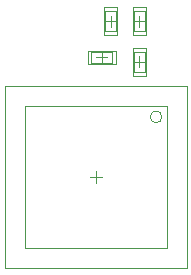
<source format=gm1>
G04 Layer_Color=16711935*
%FSLAX25Y25*%
%MOIN*%
G70*
G01*
G75*
%ADD16C,0.00394*%
%ADD17C,0.00197*%
D16*
X191547Y89531D02*
G03*
X191547Y89531I-1969J0D01*
G01*
X176370Y118106D02*
Y124799D01*
X172630Y118106D02*
Y124799D01*
X176370D01*
X172630Y118106D02*
X176370D01*
X145878Y45831D02*
Y93075D01*
X193122Y45831D02*
Y93075D01*
X145878Y45831D02*
X193122D01*
X145878Y93075D02*
X193122D01*
X168055Y107583D02*
X174945D01*
X168055Y111323D02*
X174945D01*
Y107583D02*
Y111323D01*
X168055Y107583D02*
Y111323D01*
X182130Y118106D02*
Y124799D01*
X185870Y118106D02*
Y124799D01*
X182130Y118106D02*
X185870D01*
X182130Y124799D02*
X185870D01*
X185870Y104606D02*
Y111299D01*
X182130Y104606D02*
Y111299D01*
X185870D01*
X182130Y104606D02*
X185870D01*
X172630Y121453D02*
X176370D01*
X174500Y119583D02*
Y123323D01*
X176665Y116728D02*
Y126177D01*
X172335Y116728D02*
Y126177D01*
X176665D01*
X172335Y116728D02*
X176665D01*
X167532Y69453D02*
X171469D01*
X169500Y67484D02*
Y71421D01*
X171500Y107583D02*
Y111323D01*
X169630Y109453D02*
X173370D01*
X166776Y107287D02*
X176225D01*
X166776Y111618D02*
X176225D01*
Y107287D02*
Y111618D01*
X166776Y107287D02*
Y111618D01*
X182130Y121453D02*
X185870D01*
X184000Y119583D02*
Y123323D01*
X181835Y116728D02*
Y126177D01*
X186165Y116728D02*
Y126177D01*
X181835Y116728D02*
X186165D01*
X181835Y126177D02*
X186165D01*
X182130Y107953D02*
X185870D01*
X184000Y106083D02*
Y109823D01*
X186165Y103228D02*
Y112677D01*
X181835Y103228D02*
Y112677D01*
X186165D01*
X181835Y103228D02*
X186165D01*
D17*
X139185Y39138D02*
Y99768D01*
X199815Y39138D02*
Y99768D01*
X139185Y39138D02*
X199815D01*
X139185Y99768D02*
X199815D01*
M02*

</source>
